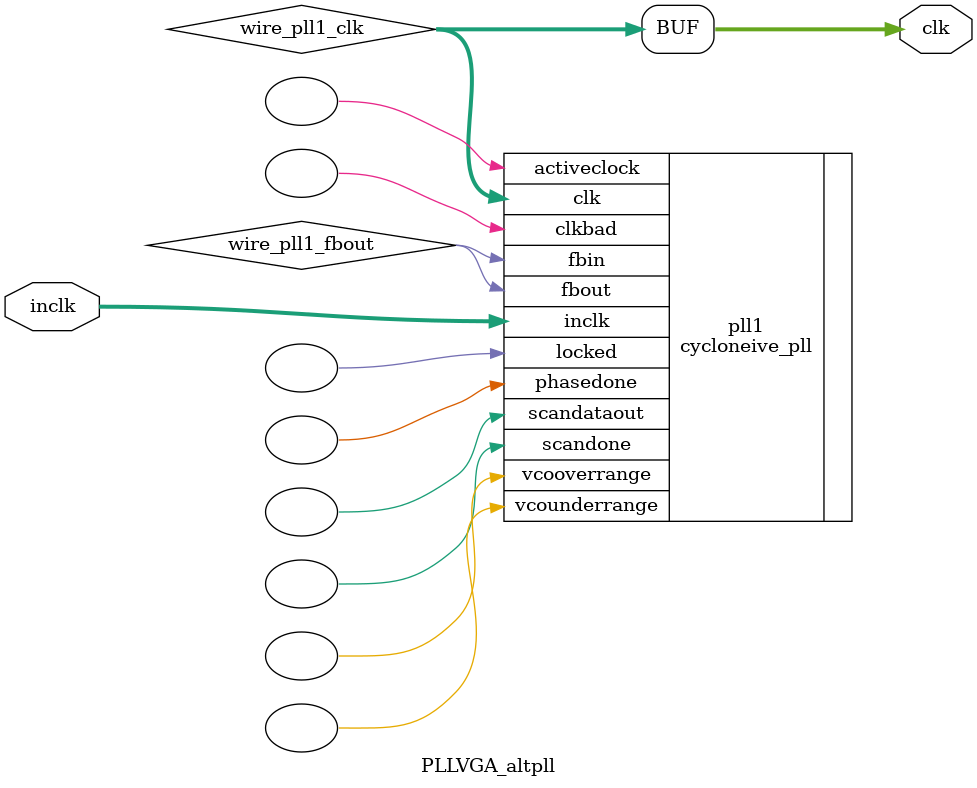
<source format=v>






//synthesis_resources = cycloneive_pll 1 
//synopsys translate_off
`timescale 1 ps / 1 ps
//synopsys translate_on
module  PLLVGA_altpll
	( 
	clk,
	inclk) /* synthesis synthesis_clearbox=1 */;
	output   [4:0]  clk;
	input   [1:0]  inclk;
`ifndef ALTERA_RESERVED_QIS
// synopsys translate_off
`endif
	tri0   [1:0]  inclk;
`ifndef ALTERA_RESERVED_QIS
// synopsys translate_on
`endif

	wire  [4:0]   wire_pll1_clk;
	wire  wire_pll1_fbout;

	cycloneive_pll   pll1
	( 
	.activeclock(),
	.clk(wire_pll1_clk),
	.clkbad(),
	.fbin(wire_pll1_fbout),
	.fbout(wire_pll1_fbout),
	.inclk(inclk),
	.locked(),
	.phasedone(),
	.scandataout(),
	.scandone(),
	.vcooverrange(),
	.vcounderrange()
	`ifndef FORMAL_VERIFICATION
	// synopsys translate_off
	`endif
	,
	.areset(1'b0),
	.clkswitch(1'b0),
	.configupdate(1'b0),
	.pfdena(1'b1),
	.phasecounterselect({3{1'b0}}),
	.phasestep(1'b0),
	.phaseupdown(1'b0),
	.scanclk(1'b0),
	.scanclkena(1'b1),
	.scandata(1'b0)
	`ifndef FORMAL_VERIFICATION
	// synopsys translate_on
	`endif
	);
	defparam
		pll1.bandwidth_type = "auto",
		pll1.clk0_divide_by = 1600,
		pll1.clk0_duty_cycle = 50,
		pll1.clk0_multiply_by = 1007,
		pll1.clk0_phase_shift = "0",
		pll1.compensate_clock = "clk0",
		pll1.inclk0_input_frequency = 25000,
		pll1.operation_mode = "normal",
		pll1.pll_type = "auto",
		pll1.lpm_type = "cycloneive_pll";
	assign
		clk = {wire_pll1_clk[4:0]};
endmodule //PLLVGA_altpll
//VALID FILE

</source>
